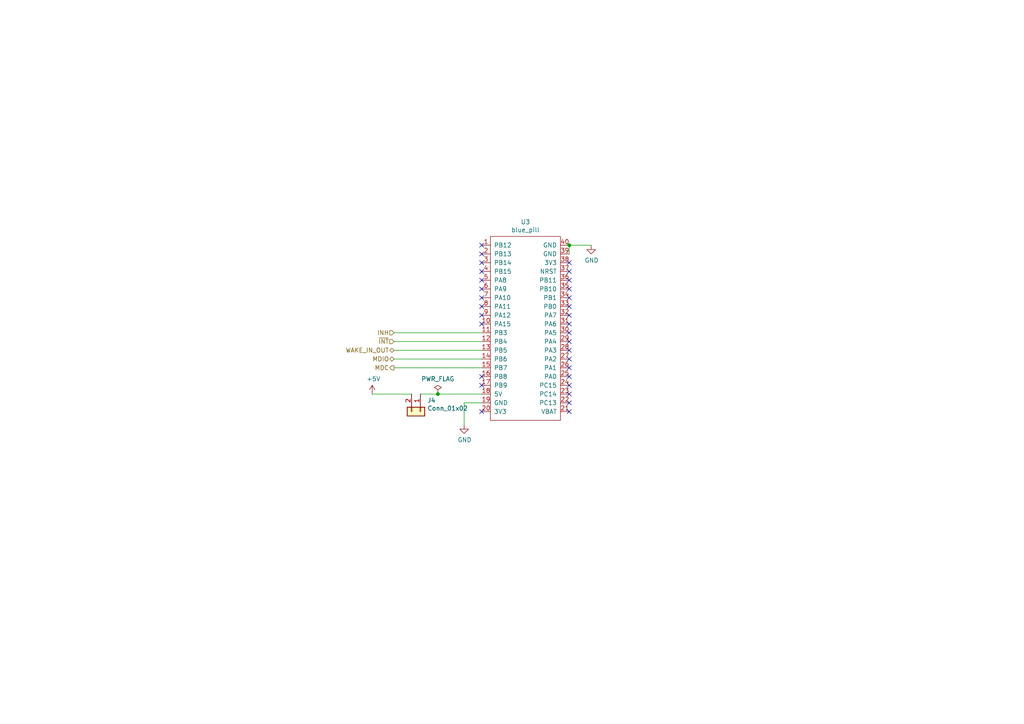
<source format=kicad_sch>
(kicad_sch (version 20231120) (generator "eeschema") (generator_version "8.0")
  (paper "A4")
  (title_block (rev "1.0"))
  (lib_symbols
    (symbol "100base-t1-converter-rescue:+5V-power" (power) (pin_names (offset 0))
      (property "Value" "power_+5V" (at 0 3.556 0))
      (symbol "+5V-power_0_1"
        (polyline (pts (xy -0.762 1.27) (xy 0 2.54)))
        (polyline (pts (xy 0 0) (xy 0 2.54)))
        (polyline (pts (xy 0 2.54) (xy 0.762 1.27)))
      )
      (symbol "+5V-power_1_1"
        (pin power_in line (at 0 0 90) (length 0) hide (name "+5V") (number "1"))
      )
    )
    (symbol "100base-t1-converter-rescue:GND-power" (power) (pin_names (offset 0))
      (property "Value" "power_GND" (at 0 -3.81 0))
      (symbol "GND-power_0_1"
        (polyline (pts (xy 0 0) (xy 0 -1.27) (xy 1.27 -1.27) (xy 0 -2.54) (xy -1.27 -1.27) (xy 0 -1.27)))
      )
      (symbol "GND-power_1_1"
        (pin power_in line (at 0 0 270) (length 0) hide (name "GND") (number "1"))
      )
    )
    (symbol "100base-t1-converter-rescue:PWR_FLAG-power" (power) (pin_numbers hide) (pin_names (offset 0) hide)
      (property "Value" "power_PWR_FLAG" (at 0 3.81 0))
      (symbol "PWR_FLAG-power_0_0"
        (pin power_out line (at 0 0 90) (length 0) (name "pwr") (number "1"))
      )
      (symbol "PWR_FLAG-power_0_1"
        (polyline (pts (xy 0 0) (xy 0 1.27) (xy -1.016 1.905) (xy 0 2.54) (xy 1.016 1.905) (xy 0 1.27)))
      )
    )
    (symbol "Connector_Generic:Conn_01x02" (pin_names (offset 1.016) hide)
      (property "Reference" "J" (at 0 2.54 0))
      (property "Value" "Conn_01x02" (at 0 -5.08 0))
      (symbol "Conn_01x02_1_1"
        (rectangle (start -1.27 -2.413) (end 0 -2.667) (stroke (width 0.1524)))
        (rectangle (start -1.27 0.127) (end 0 -0.127) (stroke (width 0.1524)))
        (rectangle (start -1.27 1.27) (end 1.27 -3.81) (stroke (width 0.254)) (fill (type background)))
        (pin passive line (at -5.08 0 0) (length 3.81) (name "Pin_1") (number "1"))
        (pin passive line (at -5.08 -2.54 0) (length 3.81) (name "Pin_2") (number "2"))
      )
    )
    (symbol "custom:blue_pill" (pin_names (offset 1.016))
      (property "Reference" "U" (at 0 0 0))
      (property "Value" "blue_pill" (at 0 0 0))
      (symbol "blue_pill_0_1"
        (rectangle (start -10.16 -26.67) (end 10.16 26.67))
      )
      (symbol "blue_pill_1_1"
        (pin bidirectional line (at -12.7 24.13 0) (length 2.54) (name "PB12") (number "1"))
        (pin bidirectional line (at -12.7 1.27 0) (length 2.54) (name "PA15") (number "10"))
        (pin bidirectional line (at -12.7 -1.27 0) (length 2.54) (name "PB3") (number "11"))
        (pin bidirectional line (at -12.7 -3.81 0) (length 2.54) (name "PB4") (number "12"))
        (pin bidirectional line (at -12.7 -6.35 0) (length 2.54) (name "PB5") (number "13"))
        (pin bidirectional line (at -12.7 -8.89 0) (length 2.54) (name "PB6") (number "14"))
        (pin bidirectional line (at -12.7 -11.43 0) (length 2.54) (name "PB7") (number "15"))
        (pin bidirectional line (at -12.7 -13.97 0) (length 2.54) (name "PB8") (number "16"))
        (pin bidirectional line (at -12.7 -16.51 0) (length 2.54) (name "PB9") (number "17"))
        (pin power_in line (at -12.7 -19.05 0) (length 2.54) (name "5V") (number "18"))
        (pin power_in line (at -12.7 -21.59 0) (length 2.54) (name "GND") (number "19"))
        (pin bidirectional line (at -12.7 21.59 0) (length 2.54) (name "PB13") (number "2"))
        (pin bidirectional line (at -12.7 -24.13 0) (length 2.54) (name "3V3") (number "20"))
        (pin bidirectional line (at 12.7 -24.13 180) (length 2.54) (name "VBAT") (number "21"))
        (pin bidirectional line (at 12.7 -21.59 180) (length 2.54) (name "PC13") (number "22"))
        (pin bidirectional line (at 12.7 -19.05 180) (length 2.54) (name "PC14") (number "23"))
        (pin bidirectional line (at 12.7 -16.51 180) (length 2.54) (name "PC15") (number "24"))
        (pin bidirectional line (at 12.7 -13.97 180) (length 2.54) (name "PA0") (number "25"))
        (pin bidirectional line (at 12.7 -11.43 180) (length 2.54) (name "PA1") (number "26"))
        (pin bidirectional line (at 12.7 -8.89 180) (length 2.54) (name "PA2") (number "27"))
        (pin bidirectional line (at 12.7 -6.35 180) (length 2.54) (name "PA3") (number "28"))
        (pin bidirectional line (at 12.7 -3.81 180) (length 2.54) (name "PA4") (number "29"))
        (pin bidirectional line (at -12.7 19.05 0) (length 2.54) (name "PB14") (number "3"))
        (pin bidirectional line (at 12.7 -1.27 180) (length 2.54) (name "PA5") (number "30"))
        (pin bidirectional line (at 12.7 1.27 180) (length 2.54) (name "PA6") (number "31"))
        (pin bidirectional line (at 12.7 3.81 180) (length 2.54) (name "PA7") (number "32"))
        (pin bidirectional line (at 12.7 6.35 180) (length 2.54) (name "PB0") (number "33"))
        (pin bidirectional line (at 12.7 8.89 180) (length 2.54) (name "PB1") (number "34"))
        (pin bidirectional line (at 12.7 11.43 180) (length 2.54) (name "PB10") (number "35"))
        (pin bidirectional line (at 12.7 13.97 180) (length 2.54) (name "PB11") (number "36"))
        (pin bidirectional line (at 12.7 16.51 180) (length 2.54) (name "NRST") (number "37"))
        (pin bidirectional line (at 12.7 19.05 180) (length 2.54) (name "3V3") (number "38"))
        (pin power_in line (at 12.7 21.59 180) (length 2.54) (name "GND") (number "39"))
        (pin bidirectional line (at -12.7 16.51 0) (length 2.54) (name "PB15") (number "4"))
        (pin power_in line (at 12.7 24.13 180) (length 2.54) (name "GND") (number "40"))
        (pin bidirectional line (at -12.7 13.97 0) (length 2.54) (name "PA8") (number "5"))
        (pin bidirectional line (at -12.7 11.43 0) (length 2.54) (name "PA9") (number "6"))
        (pin bidirectional line (at -12.7 8.89 0) (length 2.54) (name "PA10") (number "7"))
        (pin bidirectional line (at -12.7 6.35 0) (length 2.54) (name "PA11") (number "8"))
        (pin bidirectional line (at -12.7 3.81 0) (length 2.54) (name "PA12") (number "9"))
      )
    )
  )
  (junction (at 127 114.3))
  (junction (at 165.1 71.12))
  (no_connect (at 165.1 91.44))
  (no_connect (at 165.1 114.3))
  (no_connect (at 165.1 83.82))
  (no_connect (at 165.1 116.84))
  (no_connect (at 139.7 81.28))
  (no_connect (at 139.7 119.38))
  (no_connect (at 165.1 106.68))
  (no_connect (at 139.7 93.98))
  (no_connect (at 165.1 96.52))
  (no_connect (at 165.1 104.14))
  (no_connect (at 139.7 86.36))
  (no_connect (at 165.1 76.2))
  (no_connect (at 139.7 91.44))
  (no_connect (at 139.7 73.66))
  (no_connect (at 165.1 109.22))
  (no_connect (at 165.1 86.36))
  (no_connect (at 165.1 99.06))
  (no_connect (at 139.7 109.22))
  (no_connect (at 165.1 101.6))
  (no_connect (at 165.1 93.98))
  (no_connect (at 165.1 88.9))
  (no_connect (at 139.7 83.82))
  (no_connect (at 139.7 88.9))
  (no_connect (at 165.1 78.74))
  (no_connect (at 165.1 81.28))
  (no_connect (at 139.7 76.2))
  (no_connect (at 139.7 71.12))
  (no_connect (at 139.7 78.74))
  (no_connect (at 139.7 111.76))
  (no_connect (at 165.1 119.38))
  (no_connect (at 165.1 111.76))
  (wire (pts (xy 165.1 73.66) (xy 165.1 71.12)))
  (wire (pts (xy 114.3 101.6) (xy 139.7 101.6)))
  (wire (pts (xy 139.7 106.68) (xy 114.3 106.68)))
  (wire (pts (xy 119.38 114.3) (xy 107.95 114.3)))
  (wire (pts (xy 165.1 71.12) (xy 171.45 71.12)))
  (wire (pts (xy 121.92 114.3) (xy 127 114.3)))
  (wire (pts (xy 127 114.3) (xy 139.7 114.3)))
  (wire (pts (xy 114.3 96.52) (xy 139.7 96.52)))
  (wire (pts (xy 114.3 99.06) (xy 139.7 99.06)))
  (wire (pts (xy 134.62 123.19) (xy 134.62 116.84)))
  (wire (pts (xy 134.62 116.84) (xy 139.7 116.84)))
  (wire (pts (xy 139.7 104.14) (xy 114.3 104.14)))
  (hierarchical_label "WAKE_IN_OUT" (shape bidirectional) (at 114.3 101.6 180))
  (hierarchical_label "INH" (shape input) (at 114.3 96.52 180))
  (hierarchical_label "MDC" (shape output) (at 114.3 106.68 180))
  (hierarchical_label "~{INT}" (shape input) (at 114.3 99.06 180))
  (hierarchical_label "MDIO" (shape bidirectional) (at 114.3 104.14 180))
  (symbol (lib_id "custom:blue_pill") (at 152.4 95.25 0) (unit 1)
    (property "Reference" "U3" (at 152.4 64.389 0))
    (property "Value" "blue_pill" (at 152.4 66.7004 0))
    (property "Footprint" "Package_DIP:DIP-40_W15.24mm" (effects (hide yes)))
  )
  (symbol (lib_id "100base-t1-converter-rescue:GND-power") (at 171.45 71.12 0) (unit 1)
    (property "Reference" "#PWR0116" (effects (hide yes)))
    (property "Value" "GND" (at 171.577 75.5142 0))
  )
  (symbol (lib_id "100base-t1-converter-rescue:GND-power") (at 134.62 123.19 0) (unit 1)
    (property "Reference" "#PWR0117" (effects (hide yes)))
    (property "Value" "GND" (at 134.747 127.5842 0))
  )
  (symbol (lib_id "Connector_Generic:Conn_01x02") (at 121.92 119.38 270) (unit 1)
    (property "Reference" "J4" (at 123.952 116.1288 90) (effects (justify left)))
    (property "Value" "Conn_01x02" (at 123.952 118.4402 90) (effects (justify left)))
    (property "Footprint" "Connector_PinSocket_2.54mm:PinSocket_1x02_P2.54mm_Vertical" (effects (hide yes)))
  )
  (symbol (lib_id "100base-t1-converter-rescue:+5V-power") (at 107.95 114.3 0) (unit 1)
    (property "Reference" "#PWR0118" (effects (hide yes)))
    (property "Value" "+5V" (at 108.331 109.9058 0))
  )
  (symbol (lib_id "100base-t1-converter-rescue:PWR_FLAG-power") (at 127 114.3 0) (unit 1)
    (property "Reference" "#FLG0106" (effects (hide yes)))
    (property "Value" "PWR_FLAG" (at 127 109.9058 0))
  )
)
</source>
